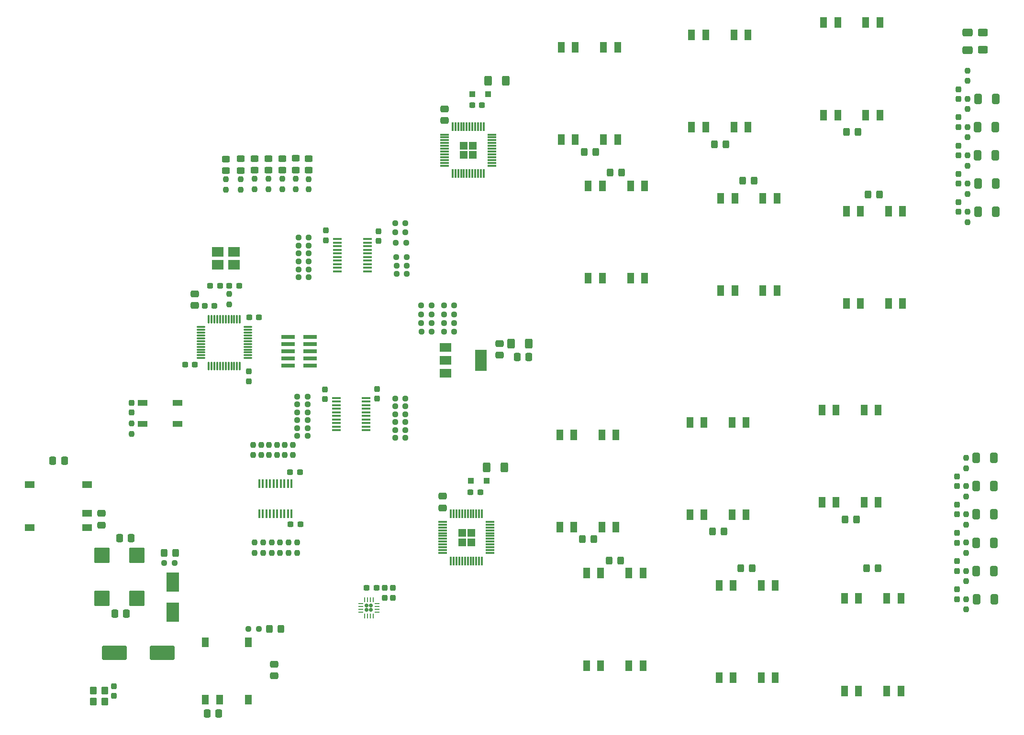
<source format=gbr>
%TF.GenerationSoftware,KiCad,Pcbnew,(6.0.1)*%
%TF.CreationDate,2022-05-08T00:04:23+10:00*%
%TF.ProjectId,211006_lmu_r0,32313130-3036-45f6-9c6d-755f72302e6b,rev?*%
%TF.SameCoordinates,Original*%
%TF.FileFunction,Paste,Top*%
%TF.FilePolarity,Positive*%
%FSLAX46Y46*%
G04 Gerber Fmt 4.6, Leading zero omitted, Abs format (unit mm)*
G04 Created by KiCad (PCBNEW (6.0.1)) date 2022-05-08 00:04:23*
%MOMM*%
%LPD*%
G01*
G04 APERTURE LIST*
G04 Aperture macros list*
%AMRoundRect*
0 Rectangle with rounded corners*
0 $1 Rounding radius*
0 $2 $3 $4 $5 $6 $7 $8 $9 X,Y pos of 4 corners*
0 Add a 4 corners polygon primitive as box body*
4,1,4,$2,$3,$4,$5,$6,$7,$8,$9,$2,$3,0*
0 Add four circle primitives for the rounded corners*
1,1,$1+$1,$2,$3*
1,1,$1+$1,$4,$5*
1,1,$1+$1,$6,$7*
1,1,$1+$1,$8,$9*
0 Add four rect primitives between the rounded corners*
20,1,$1+$1,$2,$3,$4,$5,0*
20,1,$1+$1,$4,$5,$6,$7,0*
20,1,$1+$1,$6,$7,$8,$9,0*
20,1,$1+$1,$8,$9,$2,$3,0*%
G04 Aperture macros list end*
%ADD10C,0.010000*%
%ADD11RoundRect,0.237500X0.250000X0.237500X-0.250000X0.237500X-0.250000X-0.237500X0.250000X-0.237500X0*%
%ADD12RoundRect,0.237500X0.300000X0.237500X-0.300000X0.237500X-0.300000X-0.237500X0.300000X-0.237500X0*%
%ADD13RoundRect,0.250000X-0.325000X-0.450000X0.325000X-0.450000X0.325000X0.450000X-0.325000X0.450000X0*%
%ADD14RoundRect,0.250000X-0.475000X0.337500X-0.475000X-0.337500X0.475000X-0.337500X0.475000X0.337500X0*%
%ADD15RoundRect,0.250000X1.950000X1.000000X-1.950000X1.000000X-1.950000X-1.000000X1.950000X-1.000000X0*%
%ADD16RoundRect,0.237500X0.237500X-0.300000X0.237500X0.300000X-0.237500X0.300000X-0.237500X-0.300000X0*%
%ADD17RoundRect,0.011200X-0.723800X-0.128800X0.723800X-0.128800X0.723800X0.128800X-0.723800X0.128800X0*%
%ADD18RoundRect,0.011200X-0.128800X-0.723800X0.128800X-0.723800X0.128800X0.723800X-0.128800X0.723800X0*%
%ADD19RoundRect,0.237500X-0.250000X-0.237500X0.250000X-0.237500X0.250000X0.237500X-0.250000X0.237500X0*%
%ADD20RoundRect,0.237500X-0.300000X-0.237500X0.300000X-0.237500X0.300000X0.237500X-0.300000X0.237500X0*%
%ADD21RoundRect,0.237500X0.237500X-0.250000X0.237500X0.250000X-0.237500X0.250000X-0.237500X-0.250000X0*%
%ADD22RoundRect,0.237500X-0.237500X0.250000X-0.237500X-0.250000X0.237500X-0.250000X0.237500X0.250000X0*%
%ADD23RoundRect,0.250000X0.475000X-0.337500X0.475000X0.337500X-0.475000X0.337500X-0.475000X-0.337500X0*%
%ADD24RoundRect,0.250000X0.412500X0.650000X-0.412500X0.650000X-0.412500X-0.650000X0.412500X-0.650000X0*%
%ADD25RoundRect,0.250000X-0.350000X-0.450000X0.350000X-0.450000X0.350000X0.450000X-0.350000X0.450000X0*%
%ADD26RoundRect,0.250000X0.337500X0.475000X-0.337500X0.475000X-0.337500X-0.475000X0.337500X-0.475000X0*%
%ADD27R,1.168400X1.879600*%
%ADD28RoundRect,0.250000X-0.450000X0.325000X-0.450000X-0.325000X0.450000X-0.325000X0.450000X0.325000X0*%
%ADD29R,2.000000X1.500000*%
%ADD30R,2.000000X3.800000*%
%ADD31RoundRect,0.237500X-0.237500X0.300000X-0.237500X-0.300000X0.237500X-0.300000X0.237500X0.300000X0*%
%ADD32RoundRect,0.250000X0.350000X0.450000X-0.350000X0.450000X-0.350000X-0.450000X0.350000X-0.450000X0*%
%ADD33R,2.300000X3.500000*%
%ADD34R,2.400000X0.740000*%
%ADD35RoundRect,0.250000X0.325000X0.450000X-0.325000X0.450000X-0.325000X-0.450000X0.325000X-0.450000X0*%
%ADD36R,0.410000X1.600000*%
%ADD37RoundRect,0.250000X-0.337500X-0.475000X0.337500X-0.475000X0.337500X0.475000X-0.337500X0.475000X0*%
%ADD38RoundRect,0.160000X0.160000X-0.160000X0.160000X0.160000X-0.160000X0.160000X-0.160000X-0.160000X0*%
%ADD39RoundRect,0.062500X0.062500X-0.375000X0.062500X0.375000X-0.062500X0.375000X-0.062500X-0.375000X0*%
%ADD40RoundRect,0.062500X0.375000X-0.062500X0.375000X0.062500X-0.375000X0.062500X-0.375000X-0.062500X0*%
%ADD41R,1.800000X1.100000*%
%ADD42RoundRect,0.237500X-0.287500X-0.237500X0.287500X-0.237500X0.287500X0.237500X-0.287500X0.237500X0*%
%ADD43RoundRect,0.250000X-0.400000X-0.625000X0.400000X-0.625000X0.400000X0.625000X-0.400000X0.625000X0*%
%ADD44R,1.100000X1.100000*%
%ADD45RoundRect,0.099900X-1.250100X1.250100X-1.250100X-1.250100X1.250100X-1.250100X1.250100X1.250100X0*%
%ADD46RoundRect,0.250000X-0.625000X0.400000X-0.625000X-0.400000X0.625000X-0.400000X0.625000X0.400000X0*%
%ADD47RoundRect,0.250000X0.400000X0.625000X-0.400000X0.625000X-0.400000X-0.625000X0.400000X-0.625000X0*%
%ADD48R,1.800000X1.200000*%
%ADD49R,2.100000X1.800000*%
%ADD50RoundRect,0.075000X-0.075000X0.662500X-0.075000X-0.662500X0.075000X-0.662500X0.075000X0.662500X0*%
%ADD51RoundRect,0.075000X-0.662500X0.075000X-0.662500X-0.075000X0.662500X-0.075000X0.662500X0.075000X0*%
%ADD52R,1.600000X0.410000*%
%ADD53R,1.200000X1.800000*%
%ADD54RoundRect,0.250000X-0.650000X0.412500X-0.650000X-0.412500X0.650000X-0.412500X0.650000X0.412500X0*%
G04 APERTURE END LIST*
D10*
%TO.C,U4*%
X145590150Y-51706250D02*
X146860000Y-51706250D01*
X146860000Y-51706250D02*
X146860000Y-52977490D01*
X146860000Y-52977490D02*
X145590150Y-52977490D01*
X145590150Y-52977490D02*
X145590150Y-51706250D01*
G36*
X146860000Y-52977490D02*
G01*
X145590150Y-52977490D01*
X145590150Y-51706250D01*
X146860000Y-51706250D01*
X146860000Y-52977490D01*
G37*
X146860000Y-52977490D02*
X145590150Y-52977490D01*
X145590150Y-51706250D01*
X146860000Y-51706250D01*
X146860000Y-52977490D01*
X145590328Y-50086250D02*
X146860000Y-50086250D01*
X146860000Y-50086250D02*
X146860000Y-51355922D01*
X146860000Y-51355922D02*
X145590328Y-51355922D01*
X145590328Y-51355922D02*
X145590328Y-50086250D01*
G36*
X146860000Y-51355922D02*
G01*
X145590328Y-51355922D01*
X145590328Y-50086250D01*
X146860000Y-50086250D01*
X146860000Y-51355922D01*
G37*
X146860000Y-51355922D02*
X145590328Y-51355922D01*
X145590328Y-50086250D01*
X146860000Y-50086250D01*
X146860000Y-51355922D01*
X143968050Y-50086250D02*
X145240000Y-50086250D01*
X145240000Y-50086250D02*
X145240000Y-51356014D01*
X145240000Y-51356014D02*
X143968050Y-51356014D01*
X143968050Y-51356014D02*
X143968050Y-50086250D01*
G36*
X145240000Y-51356014D02*
G01*
X143968050Y-51356014D01*
X143968050Y-50086250D01*
X145240000Y-50086250D01*
X145240000Y-51356014D01*
G37*
X145240000Y-51356014D02*
X143968050Y-51356014D01*
X143968050Y-50086250D01*
X145240000Y-50086250D01*
X145240000Y-51356014D01*
X143968110Y-51706250D02*
X145240000Y-51706250D01*
X145240000Y-51706250D02*
X145240000Y-52978140D01*
X145240000Y-52978140D02*
X143968110Y-52978140D01*
X143968110Y-52978140D02*
X143968110Y-51706250D01*
G36*
X145240000Y-52978140D02*
G01*
X143968110Y-52978140D01*
X143968110Y-51706250D01*
X145240000Y-51706250D01*
X145240000Y-52978140D01*
G37*
X145240000Y-52978140D02*
X143968110Y-52978140D01*
X143968110Y-51706250D01*
X145240000Y-51706250D01*
X145240000Y-52978140D01*
%TO.C,U5*%
X143665496Y-118701200D02*
X144937446Y-118701200D01*
X144937446Y-118701200D02*
X144937446Y-119970964D01*
X144937446Y-119970964D02*
X143665496Y-119970964D01*
X143665496Y-119970964D02*
X143665496Y-118701200D01*
G36*
X144937446Y-119970964D02*
G01*
X143665496Y-119970964D01*
X143665496Y-118701200D01*
X144937446Y-118701200D01*
X144937446Y-119970964D01*
G37*
X144937446Y-119970964D02*
X143665496Y-119970964D01*
X143665496Y-118701200D01*
X144937446Y-118701200D01*
X144937446Y-119970964D01*
X145287774Y-118701200D02*
X146557446Y-118701200D01*
X146557446Y-118701200D02*
X146557446Y-119970872D01*
X146557446Y-119970872D02*
X145287774Y-119970872D01*
X145287774Y-119970872D02*
X145287774Y-118701200D01*
G36*
X146557446Y-119970872D02*
G01*
X145287774Y-119970872D01*
X145287774Y-118701200D01*
X146557446Y-118701200D01*
X146557446Y-119970872D01*
G37*
X146557446Y-119970872D02*
X145287774Y-119970872D01*
X145287774Y-118701200D01*
X146557446Y-118701200D01*
X146557446Y-119970872D01*
X143665556Y-120321200D02*
X144937446Y-120321200D01*
X144937446Y-120321200D02*
X144937446Y-121593090D01*
X144937446Y-121593090D02*
X143665556Y-121593090D01*
X143665556Y-121593090D02*
X143665556Y-120321200D01*
G36*
X144937446Y-121593090D02*
G01*
X143665556Y-121593090D01*
X143665556Y-120321200D01*
X144937446Y-120321200D01*
X144937446Y-121593090D01*
G37*
X144937446Y-121593090D02*
X143665556Y-121593090D01*
X143665556Y-120321200D01*
X144937446Y-120321200D01*
X144937446Y-121593090D01*
X145287596Y-120321200D02*
X146557446Y-120321200D01*
X146557446Y-120321200D02*
X146557446Y-121592440D01*
X146557446Y-121592440D02*
X145287596Y-121592440D01*
X145287596Y-121592440D02*
X145287596Y-120321200D01*
G36*
X146557446Y-121592440D02*
G01*
X145287596Y-121592440D01*
X145287596Y-120321200D01*
X146557446Y-120321200D01*
X146557446Y-121592440D01*
G37*
X146557446Y-121592440D02*
X145287596Y-121592440D01*
X145287596Y-120321200D01*
X146557446Y-120321200D01*
X146557446Y-121592440D01*
%TD*%
D11*
%TO.C,R1*%
X93489946Y-124683700D03*
X91664946Y-124683700D03*
%TD*%
D12*
%TO.C,C188*%
X101514946Y-75533700D03*
X99789946Y-75533700D03*
%TD*%
D13*
%TO.C,D22*%
X170527446Y-55533700D03*
X172577446Y-55533700D03*
%TD*%
D14*
%TO.C,C5*%
X80502446Y-115896200D03*
X80502446Y-117971200D03*
%TD*%
D15*
%TO.C,C1*%
X91252446Y-140583700D03*
X82852446Y-140583700D03*
%TD*%
D16*
%TO.C,C182*%
X85877446Y-98021200D03*
X85877446Y-96296200D03*
%TD*%
D17*
%TO.C,U4*%
X141245000Y-48781250D03*
X141245000Y-49281250D03*
X141245000Y-49781250D03*
X141245000Y-50281250D03*
X141245000Y-50781250D03*
X141245000Y-51281250D03*
X141245000Y-51781250D03*
X141245000Y-52281250D03*
X141245000Y-52781250D03*
X141245000Y-53281250D03*
X141245000Y-53781250D03*
X141245000Y-54281250D03*
D18*
X142665000Y-55701250D03*
X143165000Y-55701250D03*
X143665000Y-55701250D03*
X144165000Y-55701250D03*
X144665000Y-55701250D03*
X145165000Y-55701250D03*
X145665000Y-55701250D03*
X146165000Y-55701250D03*
X146665000Y-55701250D03*
X147165000Y-55701250D03*
X147665000Y-55701250D03*
X148165000Y-55701250D03*
D17*
X149585000Y-54281250D03*
X149585000Y-53781250D03*
X149585000Y-53281250D03*
X149585000Y-52781250D03*
X149585000Y-52281250D03*
X149585000Y-51781250D03*
X149585000Y-51281250D03*
X149585000Y-50781250D03*
X149585000Y-50281250D03*
X149585000Y-49781250D03*
X149585000Y-49281250D03*
X149585000Y-48781250D03*
D18*
X148165000Y-47361250D03*
X147665000Y-47361250D03*
X147165000Y-47361250D03*
X146665000Y-47361250D03*
X146165000Y-47361250D03*
X145665000Y-47361250D03*
X145165000Y-47361250D03*
X144665000Y-47361250D03*
X144165000Y-47361250D03*
X143665000Y-47361250D03*
X143165000Y-47361250D03*
X142665000Y-47361250D03*
%TD*%
D19*
%TO.C,R214*%
X132509946Y-98318700D03*
X134334946Y-98318700D03*
%TD*%
D20*
%TO.C,C187*%
X103164946Y-75533700D03*
X104889946Y-75533700D03*
%TD*%
D11*
%TO.C,R125*%
X142952446Y-79083700D03*
X141127446Y-79083700D03*
%TD*%
D16*
%TO.C,C15*%
X130652446Y-130846200D03*
X130652446Y-129121200D03*
%TD*%
D14*
%TO.C,C78*%
X111102446Y-142611173D03*
X111102446Y-144686173D03*
%TD*%
D11*
%TO.C,R219*%
X117217596Y-68454820D03*
X115392596Y-68454820D03*
%TD*%
D21*
%TO.C,R2*%
X117202446Y-58483700D03*
X117202446Y-56658700D03*
%TD*%
D22*
%TO.C,R142*%
X233490365Y-106062450D03*
X233490365Y-107887450D03*
%TD*%
%TO.C,R166*%
X233490365Y-116072450D03*
X233490365Y-117897450D03*
%TD*%
D23*
%TO.C,C28*%
X150972446Y-87871200D03*
X150972446Y-85796200D03*
%TD*%
D24*
%TO.C,C191*%
X238414946Y-126083700D03*
X235289946Y-126083700D03*
%TD*%
%TO.C,C175*%
X238464946Y-111033700D03*
X235339946Y-111033700D03*
%TD*%
D12*
%TO.C,C180*%
X115656966Y-108612520D03*
X113931966Y-108612520D03*
%TD*%
D25*
%TO.C,R3*%
X79102446Y-147283700D03*
X81102446Y-147283700D03*
%TD*%
D21*
%TO.C,R232*%
X111594466Y-105562520D03*
X111594466Y-103737520D03*
%TD*%
%TO.C,R242*%
X114902446Y-58446200D03*
X114902446Y-56621200D03*
%TD*%
%TO.C,R234*%
X108794466Y-105562520D03*
X108794466Y-103737520D03*
%TD*%
D24*
%TO.C,C127*%
X238727446Y-52483700D03*
X235602446Y-52483700D03*
%TD*%
D11*
%TO.C,R119*%
X142964946Y-83733700D03*
X141139946Y-83733700D03*
%TD*%
D26*
%TO.C,C2*%
X84964946Y-133683700D03*
X82889946Y-133683700D03*
%TD*%
D20*
%TO.C,C16*%
X127478438Y-129083700D03*
X129203438Y-129083700D03*
%TD*%
D11*
%TO.C,R208*%
X117022446Y-97993700D03*
X115197446Y-97993700D03*
%TD*%
D27*
%TO.C,T7*%
X217975846Y-113930750D03*
X215486646Y-113930750D03*
X210508246Y-113930750D03*
X208019046Y-113930750D03*
X208019046Y-97573150D03*
X210508246Y-97573150D03*
X215486646Y-97573150D03*
X217975846Y-97573150D03*
%TD*%
D28*
%TO.C,D44*%
X107652446Y-53033700D03*
X107652446Y-55083700D03*
%TD*%
D16*
%TO.C,C41*%
X232192919Y-42475000D03*
X232192919Y-40750000D03*
%TD*%
D22*
%TO.C,R248*%
X103152446Y-77021200D03*
X103152446Y-78846200D03*
%TD*%
D19*
%TO.C,R217*%
X132509946Y-102518700D03*
X134334946Y-102518700D03*
%TD*%
D13*
%TO.C,D39*%
X215927446Y-125583700D03*
X217977446Y-125583700D03*
%TD*%
D11*
%TO.C,R210*%
X117022446Y-100793700D03*
X115197446Y-100793700D03*
%TD*%
D22*
%TO.C,R237*%
X113652446Y-121050020D03*
X113652446Y-122875020D03*
%TD*%
D29*
%TO.C,Q1*%
X141402446Y-86483700D03*
X141402446Y-88783700D03*
D30*
X147702446Y-88783700D03*
D29*
X141402446Y-91083700D03*
%TD*%
D21*
%TO.C,R243*%
X105202446Y-58521200D03*
X105202446Y-56696200D03*
%TD*%
D13*
%TO.C,D24*%
X193977446Y-56983700D03*
X196027446Y-56983700D03*
%TD*%
D31*
%TO.C,C7*%
X82777446Y-146496200D03*
X82777446Y-148221200D03*
%TD*%
D32*
%TO.C,R4*%
X81102446Y-149233700D03*
X79102446Y-149233700D03*
%TD*%
D33*
%TO.C,D2*%
X93152446Y-128033700D03*
X93152446Y-133433700D03*
%TD*%
D19*
%TO.C,R225*%
X132489946Y-66058220D03*
X134314946Y-66058220D03*
%TD*%
D11*
%TO.C,R222*%
X117217596Y-72654820D03*
X115392596Y-72654820D03*
%TD*%
D34*
%TO.C,J11*%
X117477446Y-89673700D03*
X113577446Y-89673700D03*
X117477446Y-88403700D03*
X113577446Y-88403700D03*
X117477446Y-87133700D03*
X113577446Y-87133700D03*
X117477446Y-85863700D03*
X113577446Y-85863700D03*
X117477446Y-84593700D03*
X113577446Y-84593700D03*
%TD*%
D16*
%TO.C,C126*%
X231886639Y-116064950D03*
X231886639Y-114339950D03*
%TD*%
D35*
%TO.C,D6*%
X112327446Y-136348673D03*
X110277446Y-136348673D03*
%TD*%
D27*
%TO.C,T4*%
X166684100Y-57883700D03*
X169173300Y-57883700D03*
X174151700Y-57883700D03*
X176640900Y-57883700D03*
X176640900Y-74241300D03*
X174151700Y-74241300D03*
X169173300Y-74241300D03*
X166684100Y-74241300D03*
%TD*%
D11*
%TO.C,R123*%
X142952446Y-80633700D03*
X141127446Y-80633700D03*
%TD*%
D36*
%TO.C,U8*%
X114159466Y-110628920D03*
X113524466Y-110628920D03*
X112889466Y-110628920D03*
X112254466Y-110628920D03*
X111619466Y-110628920D03*
X110984466Y-110628920D03*
X110349466Y-110628920D03*
X109714466Y-110628920D03*
X109079466Y-110628920D03*
X108444466Y-110628920D03*
X108444466Y-115937520D03*
X109079466Y-115937520D03*
X109714466Y-115937520D03*
X110349466Y-115937520D03*
X110984466Y-115937520D03*
X111619466Y-115937520D03*
X112254466Y-115937520D03*
X112889466Y-115937520D03*
X113524466Y-115937520D03*
X114159466Y-115937520D03*
%TD*%
D12*
%TO.C,C181*%
X115731966Y-117862520D03*
X114006966Y-117862520D03*
%TD*%
D13*
%TO.C,D37*%
X193627446Y-125633700D03*
X195677446Y-125633700D03*
%TD*%
D37*
%TO.C,C6*%
X71914946Y-106533700D03*
X73989946Y-106533700D03*
%TD*%
D16*
%TO.C,C114*%
X231890365Y-111089950D03*
X231890365Y-109364950D03*
%TD*%
D38*
%TO.C,IC1*%
X127440938Y-132215220D03*
X128240938Y-133015220D03*
X127440938Y-133015220D03*
X128240938Y-132215220D03*
D39*
X127090938Y-134052720D03*
X127590938Y-134052720D03*
X128090938Y-134052720D03*
X128590938Y-134052720D03*
D40*
X129278438Y-133365220D03*
X129278438Y-132865220D03*
X129278438Y-132365220D03*
X129278438Y-131865220D03*
D39*
X128590938Y-131177720D03*
X128090938Y-131177720D03*
X127590938Y-131177720D03*
X127090938Y-131177720D03*
D40*
X126403438Y-131865220D03*
X126403438Y-132365220D03*
X126403438Y-132865220D03*
X126403438Y-133365220D03*
%TD*%
D11*
%TO.C,R211*%
X117022446Y-102193700D03*
X115197446Y-102193700D03*
%TD*%
D27*
%TO.C,T5*%
X190109100Y-60058700D03*
X192598300Y-60058700D03*
X197576700Y-60058700D03*
X200065900Y-60058700D03*
X200065900Y-76416300D03*
X197576700Y-76416300D03*
X192598300Y-76416300D03*
X190109100Y-76416300D03*
%TD*%
D12*
%TO.C,C103*%
X147571196Y-112121200D03*
X145846196Y-112121200D03*
%TD*%
D27*
%TO.C,T10*%
X166381546Y-126498650D03*
X168870746Y-126498650D03*
X173849146Y-126498650D03*
X176338346Y-126498650D03*
X176338346Y-142856250D03*
X173849146Y-142856250D03*
X168870746Y-142856250D03*
X166381546Y-142856250D03*
%TD*%
D13*
%TO.C,D35*%
X170327446Y-124283700D03*
X172377446Y-124283700D03*
%TD*%
D28*
%TO.C,D42*%
X112502446Y-53027450D03*
X112502446Y-55077450D03*
%TD*%
D24*
%TO.C,C115*%
X238727446Y-47433700D03*
X235602446Y-47433700D03*
%TD*%
D31*
%TO.C,C185*%
X106602446Y-90771200D03*
X106602446Y-92496200D03*
%TD*%
D11*
%TO.C,R209*%
X117022446Y-99393700D03*
X115197446Y-99393700D03*
%TD*%
D41*
%TO.C,SW1*%
X87827446Y-96308700D03*
X94027446Y-96308700D03*
X94027446Y-100008700D03*
X87827446Y-100008700D03*
%TD*%
D22*
%TO.C,R42*%
X233792919Y-37447500D03*
X233792919Y-39272500D03*
%TD*%
%TO.C,R154*%
X233490365Y-111067450D03*
X233490365Y-112892450D03*
%TD*%
D21*
%TO.C,R245*%
X110102446Y-58471200D03*
X110102446Y-56646200D03*
%TD*%
%TO.C,R244*%
X112502446Y-58464950D03*
X112502446Y-56639950D03*
%TD*%
D31*
%TO.C,C179*%
X129517596Y-65895720D03*
X129517596Y-67620720D03*
%TD*%
D11*
%TO.C,R124*%
X138952446Y-80633700D03*
X137127446Y-80633700D03*
%TD*%
D19*
%TO.C,R251*%
X106559946Y-136368673D03*
X108384946Y-136368673D03*
%TD*%
D16*
%TO.C,C53*%
X232189193Y-47450000D03*
X232189193Y-45725000D03*
%TD*%
D19*
%TO.C,R226*%
X132639946Y-67958220D03*
X134464946Y-67958220D03*
%TD*%
D11*
%TO.C,R207*%
X117022446Y-96593700D03*
X115197446Y-96593700D03*
%TD*%
D16*
%TO.C,C77*%
X232192919Y-57475000D03*
X232192919Y-55750000D03*
%TD*%
D27*
%TO.C,T9*%
X171563346Y-118306250D03*
X169074146Y-118306250D03*
X164095746Y-118306250D03*
X161606546Y-118306250D03*
X161606546Y-101948650D03*
X164095746Y-101948650D03*
X169074146Y-101948650D03*
X171563346Y-101948650D03*
%TD*%
D24*
%TO.C,C139*%
X238764946Y-57483700D03*
X235639946Y-57483700D03*
%TD*%
D19*
%TO.C,R229*%
X132739946Y-73483700D03*
X134564946Y-73483700D03*
%TD*%
D28*
%TO.C,D40*%
X114902446Y-53008700D03*
X114902446Y-55058700D03*
%TD*%
D21*
%TO.C,R247*%
X85877446Y-101821200D03*
X85877446Y-99996200D03*
%TD*%
D11*
%TO.C,R120*%
X138964946Y-83733700D03*
X137139946Y-83733700D03*
%TD*%
D42*
%TO.C,FB1*%
X98802446Y-79096200D03*
X100552446Y-79096200D03*
%TD*%
D27*
%TO.C,T3*%
X171865900Y-49691300D03*
X169376700Y-49691300D03*
X164398300Y-49691300D03*
X161909100Y-49691300D03*
X161909100Y-33333700D03*
X164398300Y-33333700D03*
X169376700Y-33333700D03*
X171865900Y-33333700D03*
%TD*%
D43*
%TO.C,R27*%
X148950000Y-39250000D03*
X152050000Y-39250000D03*
%TD*%
D21*
%TO.C,R230*%
X114394466Y-105562520D03*
X114394466Y-103737520D03*
%TD*%
D24*
%TO.C,C163*%
X238414946Y-106083700D03*
X235289946Y-106083700D03*
%TD*%
D11*
%TO.C,R220*%
X117217596Y-69854820D03*
X115392596Y-69854820D03*
%TD*%
D44*
%TO.C,D14*%
X146175746Y-41587500D03*
X148975746Y-41587500D03*
%TD*%
D43*
%TO.C,R127*%
X148700000Y-107750000D03*
X151800000Y-107750000D03*
%TD*%
D22*
%TO.C,R240*%
X109152446Y-121050020D03*
X109152446Y-122875020D03*
%TD*%
D17*
%TO.C,U5*%
X140942446Y-117396200D03*
X140942446Y-117896200D03*
X140942446Y-118396200D03*
X140942446Y-118896200D03*
X140942446Y-119396200D03*
X140942446Y-119896200D03*
X140942446Y-120396200D03*
X140942446Y-120896200D03*
X140942446Y-121396200D03*
X140942446Y-121896200D03*
X140942446Y-122396200D03*
X140942446Y-122896200D03*
D18*
X142362446Y-124316200D03*
X142862446Y-124316200D03*
X143362446Y-124316200D03*
X143862446Y-124316200D03*
X144362446Y-124316200D03*
X144862446Y-124316200D03*
X145362446Y-124316200D03*
X145862446Y-124316200D03*
X146362446Y-124316200D03*
X146862446Y-124316200D03*
X147362446Y-124316200D03*
X147862446Y-124316200D03*
D17*
X149282446Y-122896200D03*
X149282446Y-122396200D03*
X149282446Y-121896200D03*
X149282446Y-121396200D03*
X149282446Y-120896200D03*
X149282446Y-120396200D03*
X149282446Y-119896200D03*
X149282446Y-119396200D03*
X149282446Y-118896200D03*
X149282446Y-118396200D03*
X149282446Y-117896200D03*
X149282446Y-117396200D03*
D18*
X147862446Y-115976200D03*
X147362446Y-115976200D03*
X146862446Y-115976200D03*
X146362446Y-115976200D03*
X145862446Y-115976200D03*
X145362446Y-115976200D03*
X144862446Y-115976200D03*
X144362446Y-115976200D03*
X143862446Y-115976200D03*
X143362446Y-115976200D03*
X142862446Y-115976200D03*
X142362446Y-115976200D03*
%TD*%
D19*
%TO.C,R227*%
X132689946Y-70458220D03*
X134514946Y-70458220D03*
%TD*%
%TO.C,R224*%
X132489946Y-64508220D03*
X134314946Y-64508220D03*
%TD*%
D21*
%TO.C,R253*%
X102552446Y-58546200D03*
X102552446Y-56721200D03*
%TD*%
D11*
%TO.C,R206*%
X117022446Y-95193700D03*
X115197446Y-95193700D03*
%TD*%
D16*
%TO.C,C138*%
X231890365Y-121089950D03*
X231890365Y-119364950D03*
%TD*%
D27*
%TO.C,T8*%
X194613346Y-116106250D03*
X192124146Y-116106250D03*
X187145746Y-116106250D03*
X184656546Y-116106250D03*
X184656546Y-99748650D03*
X187145746Y-99748650D03*
X192124146Y-99748650D03*
X194613346Y-99748650D03*
%TD*%
D22*
%TO.C,R241*%
X107652446Y-121050020D03*
X107652446Y-122875020D03*
%TD*%
%TO.C,R102*%
X233792919Y-62472500D03*
X233792919Y-64297500D03*
%TD*%
D35*
%TO.C,D20*%
X167977446Y-51883700D03*
X165927446Y-51883700D03*
%TD*%
D12*
%TO.C,C184*%
X97064946Y-89533700D03*
X95339946Y-89533700D03*
%TD*%
D35*
%TO.C,D18*%
X191027446Y-50483700D03*
X188977446Y-50483700D03*
%TD*%
D11*
%TO.C,R223*%
X117217596Y-74054820D03*
X115392596Y-74054820D03*
%TD*%
D22*
%TO.C,R202*%
X233490365Y-131087450D03*
X233490365Y-132912450D03*
%TD*%
D45*
%TO.C,L1*%
X86812446Y-130968700D03*
X86812446Y-123348700D03*
X80592446Y-123348700D03*
X80592446Y-130968700D03*
%TD*%
D20*
%TO.C,C186*%
X106702446Y-81196200D03*
X108427446Y-81196200D03*
%TD*%
D19*
%TO.C,R213*%
X132509946Y-96918700D03*
X134334946Y-96918700D03*
%TD*%
D27*
%TO.C,T1*%
X218278400Y-45315800D03*
X215789200Y-45315800D03*
X210810800Y-45315800D03*
X208321600Y-45315800D03*
X208321600Y-28958200D03*
X210810800Y-28958200D03*
X215789200Y-28958200D03*
X218278400Y-28958200D03*
%TD*%
D16*
%TO.C,C162*%
X231890365Y-131099950D03*
X231890365Y-129374950D03*
%TD*%
D19*
%TO.C,R212*%
X132509946Y-95518700D03*
X134334946Y-95518700D03*
%TD*%
D35*
%TO.C,D33*%
X167677446Y-120483700D03*
X165627446Y-120483700D03*
%TD*%
D27*
%TO.C,T6*%
X212321600Y-62371200D03*
X214810800Y-62371200D03*
X219789200Y-62371200D03*
X222278400Y-62371200D03*
X222278400Y-78728800D03*
X219789200Y-78728800D03*
X214810800Y-78728800D03*
X212321600Y-78728800D03*
%TD*%
%TO.C,T11*%
X189806546Y-128673650D03*
X192295746Y-128673650D03*
X197274146Y-128673650D03*
X199763346Y-128673650D03*
X199763346Y-145031250D03*
X197274146Y-145031250D03*
X192295746Y-145031250D03*
X189806546Y-145031250D03*
%TD*%
D22*
%TO.C,R54*%
X233792919Y-42452500D03*
X233792919Y-44277500D03*
%TD*%
D27*
%TO.C,T12*%
X212019046Y-130986150D03*
X214508246Y-130986150D03*
X219486646Y-130986150D03*
X221975846Y-130986150D03*
X221975846Y-147343750D03*
X219486646Y-147343750D03*
X214508246Y-147343750D03*
X212019046Y-147343750D03*
%TD*%
D46*
%TO.C,R26*%
X236475746Y-30687500D03*
X236475746Y-33787500D03*
%TD*%
D35*
%TO.C,D31*%
X190727446Y-119083700D03*
X188677446Y-119083700D03*
%TD*%
D31*
%TO.C,C178*%
X120267596Y-65792320D03*
X120267596Y-67517320D03*
%TD*%
D11*
%TO.C,R121*%
X142952446Y-82183700D03*
X141127446Y-82183700D03*
%TD*%
D26*
%TO.C,C3*%
X85789946Y-120308700D03*
X83714946Y-120308700D03*
%TD*%
D19*
%TO.C,R215*%
X132509946Y-99718700D03*
X134334946Y-99718700D03*
%TD*%
D22*
%TO.C,R239*%
X110652446Y-121050020D03*
X110652446Y-122875020D03*
%TD*%
D13*
%TO.C,D26*%
X216177446Y-59383700D03*
X218227446Y-59383700D03*
%TD*%
D19*
%TO.C,R216*%
X132509946Y-101118700D03*
X134334946Y-101118700D03*
%TD*%
D28*
%TO.C,D7*%
X102552446Y-53108700D03*
X102552446Y-55158700D03*
%TD*%
D11*
%TO.C,R126*%
X138952446Y-79083700D03*
X137127446Y-79083700D03*
%TD*%
D22*
%TO.C,R190*%
X233490365Y-126082450D03*
X233490365Y-127907450D03*
%TD*%
D47*
%TO.C,R25*%
X156152446Y-85833700D03*
X153052446Y-85833700D03*
%TD*%
D23*
%TO.C,C183*%
X97052446Y-79083700D03*
X97052446Y-77008700D03*
%TD*%
D19*
%TO.C,R228*%
X132739946Y-71983700D03*
X134564946Y-71983700D03*
%TD*%
D21*
%TO.C,R233*%
X110194466Y-105562520D03*
X110194466Y-103737520D03*
%TD*%
D24*
%TO.C,C151*%
X238777446Y-62483700D03*
X235652446Y-62483700D03*
%TD*%
D28*
%TO.C,D4*%
X117202446Y-53046200D03*
X117202446Y-55096200D03*
%TD*%
D21*
%TO.C,R246*%
X107652446Y-58471200D03*
X107652446Y-56646200D03*
%TD*%
D22*
%TO.C,R78*%
X233792919Y-52462500D03*
X233792919Y-54287500D03*
%TD*%
%TO.C,R236*%
X115152446Y-121050020D03*
X115152446Y-122875020D03*
%TD*%
D35*
%TO.C,D29*%
X214127446Y-116983700D03*
X212077446Y-116983700D03*
%TD*%
D24*
%TO.C,C192*%
X238514946Y-131083700D03*
X235389946Y-131083700D03*
%TD*%
D35*
%TO.C,D3*%
X93702446Y-122933700D03*
X91652446Y-122933700D03*
%TD*%
D24*
%TO.C,C102*%
X238764946Y-42433700D03*
X235639946Y-42433700D03*
%TD*%
D44*
%TO.C,D27*%
X145858696Y-110121200D03*
X148658696Y-110121200D03*
%TD*%
D12*
%TO.C,C30*%
X147888246Y-43587500D03*
X146163246Y-43587500D03*
%TD*%
D48*
%TO.C,PS1*%
X78002446Y-118393700D03*
X78002446Y-115853700D03*
X78002446Y-110773700D03*
X67802446Y-110773700D03*
X67802446Y-118393700D03*
%TD*%
D26*
%TO.C,C29*%
X156179946Y-88183700D03*
X154104946Y-88183700D03*
%TD*%
D21*
%TO.C,R235*%
X107394466Y-105562520D03*
X107394466Y-103737520D03*
%TD*%
D26*
%TO.C,C66*%
X101289946Y-151333700D03*
X99214946Y-151333700D03*
%TD*%
D28*
%TO.C,D41*%
X105202446Y-53083700D03*
X105202446Y-55133700D03*
%TD*%
D49*
%TO.C,Y1*%
X101077446Y-71883700D03*
X103977446Y-71883700D03*
X103977446Y-69583700D03*
X101077446Y-69583700D03*
%TD*%
D50*
%TO.C,U9*%
X105027446Y-81471200D03*
X104527446Y-81471200D03*
X104027446Y-81471200D03*
X103527446Y-81471200D03*
X103027446Y-81471200D03*
X102527446Y-81471200D03*
X102027446Y-81471200D03*
X101527446Y-81471200D03*
X101027446Y-81471200D03*
X100527446Y-81471200D03*
X100027446Y-81471200D03*
X99527446Y-81471200D03*
D51*
X98114946Y-82883700D03*
X98114946Y-83383700D03*
X98114946Y-83883700D03*
X98114946Y-84383700D03*
X98114946Y-84883700D03*
X98114946Y-85383700D03*
X98114946Y-85883700D03*
X98114946Y-86383700D03*
X98114946Y-86883700D03*
X98114946Y-87383700D03*
X98114946Y-87883700D03*
X98114946Y-88383700D03*
D50*
X99527446Y-89796200D03*
X100027446Y-89796200D03*
X100527446Y-89796200D03*
X101027446Y-89796200D03*
X101527446Y-89796200D03*
X102027446Y-89796200D03*
X102527446Y-89796200D03*
X103027446Y-89796200D03*
X103527446Y-89796200D03*
X104027446Y-89796200D03*
X104527446Y-89796200D03*
X105027446Y-89796200D03*
D51*
X106439946Y-88383700D03*
X106439946Y-87883700D03*
X106439946Y-87383700D03*
X106439946Y-86883700D03*
X106439946Y-86383700D03*
X106439946Y-85883700D03*
X106439946Y-85383700D03*
X106439946Y-84883700D03*
X106439946Y-84383700D03*
X106439946Y-83883700D03*
X106439946Y-83383700D03*
X106439946Y-82883700D03*
%TD*%
D27*
%TO.C,T2*%
X194915900Y-47491300D03*
X192426700Y-47491300D03*
X187448300Y-47491300D03*
X184959100Y-47491300D03*
X184959100Y-31133700D03*
X187448300Y-31133700D03*
X192426700Y-31133700D03*
X194915900Y-31133700D03*
%TD*%
D28*
%TO.C,D43*%
X110102446Y-53033700D03*
X110102446Y-55083700D03*
%TD*%
D21*
%TO.C,R231*%
X112994466Y-105562520D03*
X112994466Y-103737520D03*
%TD*%
D31*
%TO.C,C177*%
X129322446Y-93856200D03*
X129322446Y-95581200D03*
%TD*%
D22*
%TO.C,R66*%
X233792919Y-47457500D03*
X233792919Y-49282500D03*
%TD*%
D11*
%TO.C,R221*%
X117217596Y-71254820D03*
X115392596Y-71254820D03*
%TD*%
D22*
%TO.C,R178*%
X233490365Y-121077450D03*
X233490365Y-122902450D03*
%TD*%
D52*
%TO.C,U7*%
X122283996Y-67289820D03*
X122283996Y-67924820D03*
X122283996Y-68559820D03*
X122283996Y-69194820D03*
X122283996Y-69829820D03*
X122283996Y-70464820D03*
X122283996Y-71099820D03*
X122283996Y-71734820D03*
X122283996Y-72369820D03*
X122283996Y-73004820D03*
X127592596Y-73004820D03*
X127592596Y-72369820D03*
X127592596Y-71734820D03*
X127592596Y-71099820D03*
X127592596Y-70464820D03*
X127592596Y-69829820D03*
X127592596Y-69194820D03*
X127592596Y-68559820D03*
X127592596Y-67924820D03*
X127592596Y-67289820D03*
%TD*%
D11*
%TO.C,R218*%
X117217596Y-67054820D03*
X115392596Y-67054820D03*
%TD*%
D53*
%TO.C,PS2*%
X98937446Y-148923673D03*
X101477446Y-148923673D03*
X106557446Y-148923673D03*
X106557446Y-138723673D03*
X98937446Y-138723673D03*
%TD*%
D22*
%TO.C,R90*%
X233792919Y-57467500D03*
X233792919Y-59292500D03*
%TD*%
D24*
%TO.C,C190*%
X238414946Y-121083700D03*
X235289946Y-121083700D03*
%TD*%
D52*
%TO.C,U6*%
X122088846Y-95428700D03*
X122088846Y-96063700D03*
X122088846Y-96698700D03*
X122088846Y-97333700D03*
X122088846Y-97968700D03*
X122088846Y-98603700D03*
X122088846Y-99238700D03*
X122088846Y-99873700D03*
X122088846Y-100508700D03*
X122088846Y-101143700D03*
X127397446Y-101143700D03*
X127397446Y-100508700D03*
X127397446Y-99873700D03*
X127397446Y-99238700D03*
X127397446Y-98603700D03*
X127397446Y-97968700D03*
X127397446Y-97333700D03*
X127397446Y-96698700D03*
X127397446Y-96063700D03*
X127397446Y-95428700D03*
%TD*%
D16*
%TO.C,C65*%
X232192919Y-52475000D03*
X232192919Y-50750000D03*
%TD*%
D23*
%TO.C,C54*%
X140912446Y-114933700D03*
X140912446Y-112858700D03*
%TD*%
D16*
%TO.C,C150*%
X231890365Y-126089950D03*
X231890365Y-124364950D03*
%TD*%
D54*
%TO.C,C90*%
X233752446Y-30721200D03*
X233752446Y-33846200D03*
%TD*%
D24*
%TO.C,C189*%
X238414946Y-116083700D03*
X235289946Y-116083700D03*
%TD*%
D16*
%TO.C,C89*%
X232192919Y-62485000D03*
X232192919Y-60760000D03*
%TD*%
D31*
%TO.C,C176*%
X120072446Y-93931200D03*
X120072446Y-95656200D03*
%TD*%
D16*
%TO.C,C14*%
X132102446Y-130846200D03*
X132102446Y-129121200D03*
%TD*%
D22*
%TO.C,R238*%
X112152446Y-121050020D03*
X112152446Y-122875020D03*
%TD*%
D23*
%TO.C,C42*%
X141215000Y-46318750D03*
X141215000Y-44243750D03*
%TD*%
D11*
%TO.C,R122*%
X138952446Y-82183700D03*
X137127446Y-82183700D03*
%TD*%
D35*
%TO.C,D16*%
X214427446Y-48283700D03*
X212377446Y-48283700D03*
%TD*%
M02*

</source>
